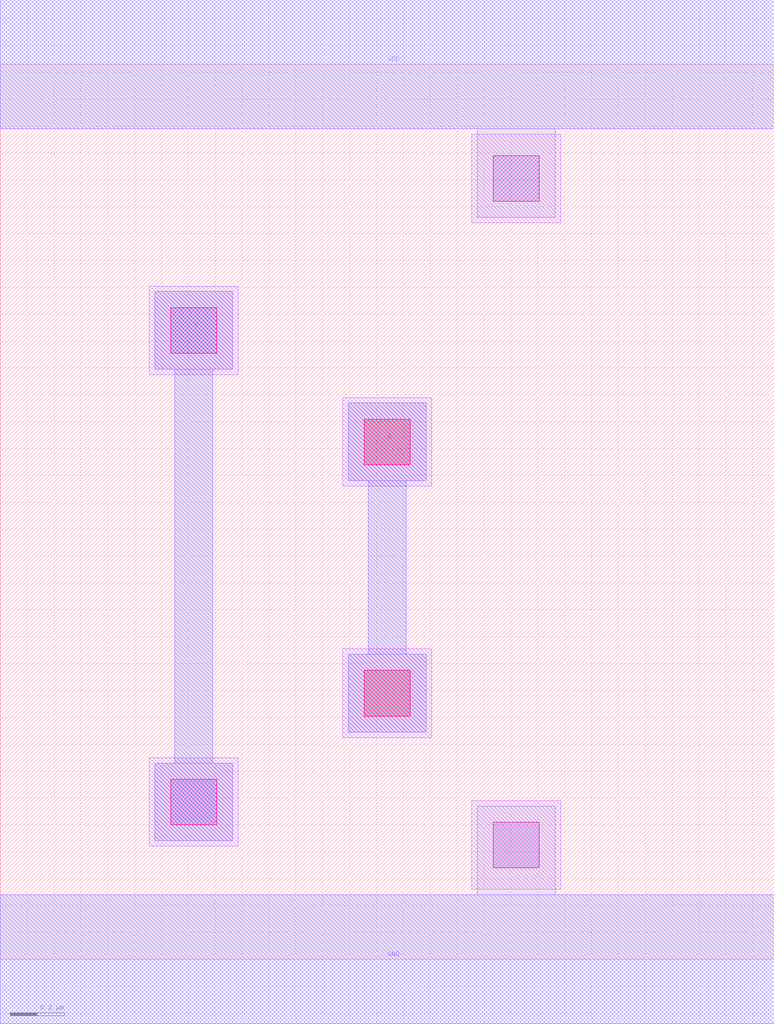
<source format=lef>
MACRO INVX2
 CLASS CORE ;
 FOREIGN INVX2 0 0 ;
 SIZE 2.88 BY 3.33 ;
 ORIGIN 0 0 ;
 SYMMETRY X Y R90 ;
 SITE unit ;
  PIN VDD
   DIRECTION INOUT ;
   USE POWER ;
   SHAPE ABUTMENT ;
    PORT
     CLASS CORE ;
       LAYER met1 ;
        RECT 0.00000000 3.09000000 2.88000000 3.57000000 ;
    END
  END VDD

  PIN GND
   DIRECTION INOUT ;
   USE POWER ;
   SHAPE ABUTMENT ;
    PORT
     CLASS CORE ;
       LAYER met1 ;
        RECT 0.00000000 -0.24000000 2.88000000 0.24000000 ;
    END
  END GND

  PIN Y
   DIRECTION INOUT ;
   USE SIGNAL ;
   SHAPE ABUTMENT ;
    PORT
     CLASS CORE ;
       LAYER met1 ;
        RECT 0.57500000 0.44000000 0.86500000 0.73000000 ;
        RECT 0.65000000 0.73000000 0.79000000 2.19500000 ;
        RECT 0.57500000 2.19500000 0.86500000 2.48500000 ;
    END
  END Y

  PIN A
   DIRECTION INOUT ;
   USE SIGNAL ;
   SHAPE ABUTMENT ;
    PORT
     CLASS CORE ;
       LAYER met1 ;
        RECT 1.29500000 0.84500000 1.58500000 1.13500000 ;
        RECT 1.37000000 1.13500000 1.51000000 1.78000000 ;
        RECT 1.29500000 1.78000000 1.58500000 2.07000000 ;
    END
  END A

 OBS
    LAYER polycont ;
     RECT 1.35500000 0.90500000 1.52500000 1.07500000 ;
     RECT 1.35500000 1.84000000 1.52500000 2.01000000 ;

    LAYER pdiffc ;
     RECT 0.63500000 2.25500000 0.80500000 2.42500000 ;
     RECT 1.83500000 2.82000000 2.00500000 2.99000000 ;

    LAYER ndiffc ;
     RECT 1.83500000 0.34000000 2.00500000 0.51000000 ;
     RECT 0.63500000 0.50000000 0.80500000 0.67000000 ;

    LAYER li1 ;
     RECT 1.75500000 0.26000000 2.08500000 0.59000000 ;
     RECT 0.55500000 0.42000000 0.88500000 0.75000000 ;
     RECT 1.27500000 0.82500000 1.60500000 1.15500000 ;
     RECT 1.27500000 1.76000000 1.60500000 2.09000000 ;
     RECT 0.55500000 2.17500000 0.88500000 2.50500000 ;
     RECT 1.75500000 2.74000000 2.08500000 3.07000000 ;

    LAYER viali ;
     RECT 1.83500000 0.34000000 2.00500000 0.51000000 ;
     RECT 0.63500000 0.50000000 0.80500000 0.67000000 ;
     RECT 1.35500000 0.90500000 1.52500000 1.07500000 ;
     RECT 1.35500000 1.84000000 1.52500000 2.01000000 ;
     RECT 0.63500000 2.25500000 0.80500000 2.42500000 ;
     RECT 1.83500000 2.82000000 2.00500000 2.99000000 ;

    LAYER met1 ;
     RECT 0.00000000 -0.24000000 2.88000000 0.24000000 ;
     RECT 1.77500000 0.24000000 2.06500000 0.57000000 ;
     RECT 1.29500000 0.84500000 1.58500000 1.13500000 ;
     RECT 1.37000000 1.13500000 1.51000000 1.78000000 ;
     RECT 1.29500000 1.78000000 1.58500000 2.07000000 ;
     RECT 0.57500000 0.44000000 0.86500000 0.73000000 ;
     RECT 0.65000000 0.73000000 0.79000000 2.19500000 ;
     RECT 0.57500000 2.19500000 0.86500000 2.48500000 ;
     RECT 1.77500000 2.76000000 2.06500000 3.09000000 ;
     RECT 0.00000000 3.09000000 2.88000000 3.57000000 ;

 END
END INVX2

</source>
